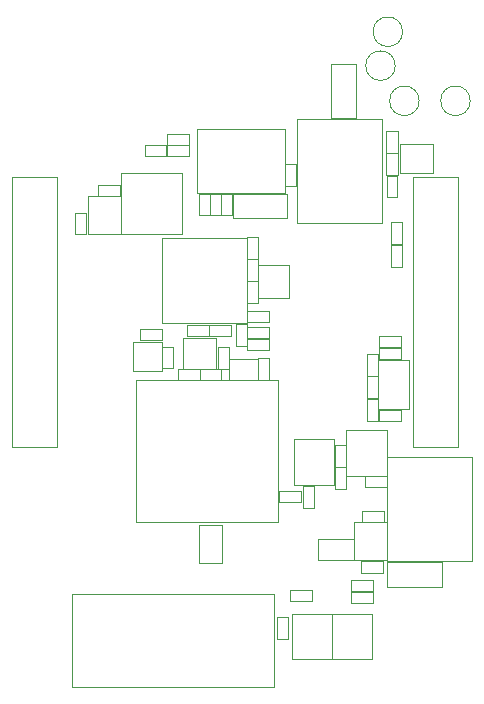
<source format=gbr>
%TF.GenerationSoftware,KiCad,Pcbnew,(6.0.0-0)*%
%TF.CreationDate,2022-02-19T21:54:15+03:00*%
%TF.ProjectId,CopterCat_cm4,436f7074-6572-4436-9174-5f636d342e6b,rev?*%
%TF.SameCoordinates,Original*%
%TF.FileFunction,Other,User*%
%FSLAX46Y46*%
G04 Gerber Fmt 4.6, Leading zero omitted, Abs format (unit mm)*
G04 Created by KiCad (PCBNEW (6.0.0-0)) date 2022-02-19 21:54:15*
%MOMM*%
%LPD*%
G01*
G04 APERTURE LIST*
%ADD10C,0.050000*%
%ADD11C,0.120000*%
G04 APERTURE END LIST*
D10*
%TO.C,U9*%
X247600000Y-126600000D02*
X247600000Y-117800000D01*
X240400000Y-126600000D02*
X247600000Y-126600000D01*
X240400000Y-117800000D02*
X240400000Y-126600000D01*
X247600000Y-117800000D02*
X240400000Y-117800000D01*
%TO.C,R17*%
X232695000Y-92945000D02*
X232695000Y-94805000D01*
X232695000Y-94805000D02*
X231755000Y-94805000D01*
X231755000Y-94805000D02*
X231755000Y-92945000D01*
X231755000Y-92945000D02*
X232695000Y-92945000D01*
%TO.C,U8*%
X223050000Y-93700000D02*
X217850000Y-93700000D01*
X223050000Y-98900000D02*
X223050000Y-93700000D01*
X217850000Y-93700000D02*
X217850000Y-98900000D01*
X217850000Y-98900000D02*
X223050000Y-98900000D01*
%TO.C,IO19*%
X241700000Y-81775000D02*
G75*
G03*
X241700000Y-81775000I-1250000J0D01*
G01*
%TO.C,R38*%
X232195000Y-129005000D02*
X234055000Y-129005000D01*
X234055000Y-129005000D02*
X234055000Y-129945000D01*
X234055000Y-129945000D02*
X232195000Y-129945000D01*
X232195000Y-129945000D02*
X232195000Y-129005000D01*
%TO.C,R20*%
X241620000Y-101655000D02*
X240680000Y-101655000D01*
X241620000Y-99795000D02*
X241620000Y-101655000D01*
X240680000Y-99795000D02*
X241620000Y-99795000D01*
X240680000Y-101655000D02*
X240680000Y-99795000D01*
%TO.C,R48*%
X223420000Y-106580000D02*
X225280000Y-106580000D01*
X223420000Y-107520000D02*
X223420000Y-106580000D01*
X225280000Y-107520000D02*
X223420000Y-107520000D01*
X225280000Y-106580000D02*
X225280000Y-107520000D01*
%TO.C,R15*%
X223605000Y-90405000D02*
X223605000Y-91345000D01*
X223605000Y-91345000D02*
X221745000Y-91345000D01*
X221745000Y-90405000D02*
X223605000Y-90405000D01*
X221745000Y-91345000D02*
X221745000Y-90405000D01*
%TO.C,U19*%
X228500000Y-99270000D02*
X221300000Y-99270000D01*
X228500000Y-106470000D02*
X228500000Y-99270000D01*
X221300000Y-106470000D02*
X228500000Y-106470000D01*
X221300000Y-99270000D02*
X221300000Y-106470000D01*
%TO.C,R51*%
X229470000Y-99120000D02*
X229470000Y-100980000D01*
X229470000Y-100980000D02*
X228530000Y-100980000D01*
X228530000Y-100980000D02*
X228530000Y-99120000D01*
X228530000Y-99120000D02*
X229470000Y-99120000D01*
%TO.C,C9*%
X229465000Y-111260000D02*
X229465000Y-109440000D01*
X230385000Y-109440000D02*
X230385000Y-111260000D01*
X230385000Y-111260000D02*
X229465000Y-111260000D01*
X229465000Y-109440000D02*
X230385000Y-109440000D01*
%TO.C,GND1*%
X247425000Y-87625000D02*
G75*
G03*
X247425000Y-87625000I-1250000J0D01*
G01*
%TO.C,C25*%
X240340000Y-95810000D02*
X240340000Y-93990000D01*
X241260000Y-95810000D02*
X240340000Y-95810000D01*
X240340000Y-93990000D02*
X241260000Y-93990000D01*
X241260000Y-93990000D02*
X241260000Y-95810000D01*
%TO.C,Q8*%
X241450000Y-91250000D02*
X241450000Y-93750000D01*
X244250000Y-91250000D02*
X241450000Y-91250000D01*
X241450000Y-93750000D02*
X244250000Y-93750000D01*
X244250000Y-93750000D02*
X244250000Y-91250000D01*
%TO.C,C20*%
X228530000Y-102860000D02*
X228530000Y-101040000D01*
X228530000Y-101040000D02*
X229450000Y-101040000D01*
X229450000Y-101040000D02*
X229450000Y-102860000D01*
X229450000Y-102860000D02*
X228530000Y-102860000D01*
%TO.C,C8*%
X226340000Y-110340000D02*
X226340000Y-111260000D01*
X224520000Y-110340000D02*
X226340000Y-110340000D01*
X224520000Y-111260000D02*
X224520000Y-110340000D01*
X226340000Y-111260000D02*
X224520000Y-111260000D01*
%TO.C,R43*%
X235955000Y-118645000D02*
X236895000Y-118645000D01*
X235955000Y-120505000D02*
X235955000Y-118645000D01*
X236895000Y-118645000D02*
X236895000Y-120505000D01*
X236895000Y-120505000D02*
X235955000Y-120505000D01*
%TO.C,U13*%
X240400000Y-123300000D02*
X237600000Y-123300000D01*
X240400000Y-123300000D02*
X240400000Y-126500000D01*
X237600000Y-123300000D02*
X237600000Y-126500000D01*
X237600000Y-126500000D02*
X240400000Y-126500000D01*
%TO.C,R50*%
X238170000Y-126630000D02*
X240030000Y-126630000D01*
X240030000Y-127570000D02*
X238170000Y-127570000D01*
X238170000Y-127570000D02*
X238170000Y-126630000D01*
X240030000Y-126630000D02*
X240030000Y-127570000D01*
%TO.C,Q3*%
X217825000Y-95700000D02*
X215025000Y-95700000D01*
X215025000Y-95700000D02*
X215025000Y-98900000D01*
X215025000Y-98900000D02*
X217825000Y-98900000D01*
X217825000Y-95700000D02*
X217825000Y-98900000D01*
%TO.C,C21*%
X229450000Y-102900000D02*
X229450000Y-104720000D01*
X228530000Y-102900000D02*
X229450000Y-102900000D01*
X228530000Y-104720000D02*
X228530000Y-102900000D01*
X229450000Y-104720000D02*
X228530000Y-104720000D01*
%TO.C,Q7*%
X235900000Y-120120000D02*
X235900000Y-116280000D01*
X232500000Y-116280000D02*
X232500000Y-120120000D01*
X235900000Y-116280000D02*
X232500000Y-116280000D01*
X232500000Y-120120000D02*
X235900000Y-120120000D01*
%TO.C,C7*%
X221315000Y-108465000D02*
X222235000Y-108465000D01*
X222235000Y-108465000D02*
X222235000Y-110285000D01*
X221315000Y-110285000D02*
X221315000Y-108465000D01*
X222235000Y-110285000D02*
X221315000Y-110285000D01*
%TO.C,R29*%
X239670000Y-108495000D02*
X239670000Y-107555000D01*
X241530000Y-107555000D02*
X241530000Y-108495000D01*
X239670000Y-107555000D02*
X241530000Y-107555000D01*
X241530000Y-108495000D02*
X239670000Y-108495000D01*
%TO.C,Y1*%
X225930000Y-110300000D02*
X225930000Y-107700000D01*
X225930000Y-107700000D02*
X223130000Y-107700000D01*
X223130000Y-110300000D02*
X225930000Y-110300000D01*
X223130000Y-107700000D02*
X223130000Y-110300000D01*
%TO.C,IO14*%
X243100000Y-87625000D02*
G75*
G03*
X243100000Y-87625000I-1250000J0D01*
G01*
%TO.C,U15*%
X237550000Y-124690000D02*
X237550000Y-126510000D01*
X237550000Y-126510000D02*
X234550000Y-126510000D01*
X234550000Y-124690000D02*
X237550000Y-124690000D01*
X234550000Y-126510000D02*
X234550000Y-124690000D01*
%TO.C,R47*%
X241270000Y-93930000D02*
X240330000Y-93930000D01*
X240330000Y-93930000D02*
X240330000Y-92070000D01*
X241270000Y-92070000D02*
X241270000Y-93930000D01*
X240330000Y-92070000D02*
X241270000Y-92070000D01*
%TO.C,Q4*%
X235700000Y-134920000D02*
X239100000Y-134920000D01*
X239100000Y-131080000D02*
X235700000Y-131080000D01*
X235700000Y-131080000D02*
X235700000Y-134920000D01*
X239100000Y-134920000D02*
X239100000Y-131080000D01*
%TO.C,C22*%
X228540000Y-107735000D02*
X228540000Y-106815000D01*
X228540000Y-106815000D02*
X230360000Y-106815000D01*
X230360000Y-106815000D02*
X230360000Y-107735000D01*
X230360000Y-107735000D02*
X228540000Y-107735000D01*
D11*
%TO.C,U6*%
X212430000Y-94100000D02*
X212430000Y-116900000D01*
X242570000Y-116900000D02*
X242570000Y-94100000D01*
X246350000Y-116900000D02*
X242570000Y-116900000D01*
X208650000Y-94100000D02*
X212430000Y-94100000D01*
X212430000Y-116900000D02*
X208650000Y-116900000D01*
X208650000Y-116900000D02*
X208650000Y-94100000D01*
X242570000Y-94100000D02*
X246350000Y-94100000D01*
X246350000Y-94100000D02*
X246350000Y-116900000D01*
D10*
%TO.C,R39*%
X239180000Y-128230000D02*
X239180000Y-129170000D01*
X237320000Y-128230000D02*
X239180000Y-128230000D01*
X237320000Y-129170000D02*
X237320000Y-128230000D01*
X239180000Y-129170000D02*
X237320000Y-129170000D01*
%TO.C,R52*%
X228520000Y-105430000D02*
X230380000Y-105430000D01*
X230380000Y-106370000D02*
X228520000Y-106370000D01*
X228520000Y-106370000D02*
X228520000Y-105430000D01*
X230380000Y-105430000D02*
X230380000Y-106370000D01*
%TO.C,Y3*%
X229480000Y-101490000D02*
X229480000Y-104290000D01*
X229480000Y-104290000D02*
X232080000Y-104290000D01*
X232080000Y-104290000D02*
X232080000Y-101490000D01*
X232080000Y-101490000D02*
X229480000Y-101490000D01*
%TO.C,C42*%
X224440000Y-95490000D02*
X225360000Y-95490000D01*
X225360000Y-95490000D02*
X225360000Y-97310000D01*
X225360000Y-97310000D02*
X224440000Y-97310000D01*
X224440000Y-97310000D02*
X224440000Y-95490000D01*
%TO.C,CAM1*%
X230850000Y-129350000D02*
X213750000Y-129350000D01*
X230850000Y-137250000D02*
X230850000Y-129350000D01*
X213750000Y-137250000D02*
X230850000Y-137250000D01*
X213750000Y-129350000D02*
X213750000Y-137250000D01*
%TO.C,C19*%
X214885000Y-98910000D02*
X213965000Y-98910000D01*
X213965000Y-98910000D02*
X213965000Y-97090000D01*
X214885000Y-97090000D02*
X214885000Y-98910000D01*
X213965000Y-97090000D02*
X214885000Y-97090000D01*
%TO.C,C41*%
X245000000Y-128750000D02*
X240400000Y-128750000D01*
X240400000Y-128750000D02*
X240400000Y-126650000D01*
X240400000Y-126650000D02*
X245000000Y-126650000D01*
X245000000Y-126650000D02*
X245000000Y-128750000D01*
%TO.C,U3*%
X221310000Y-108072500D02*
X221310000Y-110492500D01*
X218890000Y-110492500D02*
X218890000Y-108072500D01*
X221310000Y-110492500D02*
X218890000Y-110492500D01*
X218890000Y-108072500D02*
X221310000Y-108072500D01*
%TO.C,U1*%
X219150000Y-123300000D02*
X231150000Y-123300000D01*
X219150000Y-111300000D02*
X219150000Y-123300000D01*
X231150000Y-111300000D02*
X219150000Y-111300000D01*
X231150000Y-123300000D02*
X231150000Y-111300000D01*
%TO.C,IO20*%
X241075000Y-84650000D02*
G75*
G03*
X241075000Y-84650000I-1250000J0D01*
G01*
%TO.C,C40*%
X227325000Y-97575000D02*
X227325000Y-95475000D01*
X231925000Y-95475000D02*
X231925000Y-97575000D01*
X231925000Y-97575000D02*
X227325000Y-97575000D01*
X227325000Y-95475000D02*
X231925000Y-95475000D01*
%TO.C,C24*%
X240340000Y-119415000D02*
X240340000Y-120335000D01*
X238520000Y-120335000D02*
X238520000Y-119415000D01*
X240340000Y-120335000D02*
X238520000Y-120335000D01*
X238520000Y-119415000D02*
X240340000Y-119415000D01*
%TO.C,C44*%
X226335000Y-97310000D02*
X225415000Y-97310000D01*
X226335000Y-95490000D02*
X226335000Y-97310000D01*
X225415000Y-95490000D02*
X226335000Y-95490000D01*
X225415000Y-97310000D02*
X225415000Y-95490000D01*
%TO.C,IC1*%
X224325000Y-90025000D02*
X231725000Y-90025000D01*
X231725000Y-95425000D02*
X224325000Y-95425000D01*
X231725000Y-90025000D02*
X231725000Y-95425000D01*
X224325000Y-95425000D02*
X224325000Y-90025000D01*
%TO.C,R30*%
X239670000Y-109495000D02*
X239670000Y-108555000D01*
X241530000Y-108555000D02*
X241530000Y-109495000D01*
X241530000Y-109495000D02*
X239670000Y-109495000D01*
X239670000Y-108555000D02*
X241530000Y-108555000D01*
%TO.C,C12*%
X226065000Y-110310000D02*
X226065000Y-108490000D01*
X226985000Y-110310000D02*
X226065000Y-110310000D01*
X226985000Y-108490000D02*
X226985000Y-110310000D01*
X226065000Y-108490000D02*
X226985000Y-108490000D01*
%TO.C,R35*%
X238655000Y-112845000D02*
X239595000Y-112845000D01*
X239595000Y-114705000D02*
X238655000Y-114705000D01*
X239595000Y-112845000D02*
X239595000Y-114705000D01*
X238655000Y-114705000D02*
X238655000Y-112845000D01*
%TO.C,R8*%
X238270000Y-122330000D02*
X240130000Y-122330000D01*
X240130000Y-123270000D02*
X238270000Y-123270000D01*
X240130000Y-122330000D02*
X240130000Y-123270000D01*
X238270000Y-123270000D02*
X238270000Y-122330000D01*
%TO.C,R54*%
X231030000Y-133230000D02*
X231030000Y-131370000D01*
X231030000Y-131370000D02*
X231970000Y-131370000D01*
X231970000Y-131370000D02*
X231970000Y-133230000D01*
X231970000Y-133230000D02*
X231030000Y-133230000D01*
%TO.C,R56*%
X240330000Y-92030000D02*
X240330000Y-90170000D01*
X241270000Y-90170000D02*
X241270000Y-92030000D01*
X240330000Y-90170000D02*
X241270000Y-90170000D01*
X241270000Y-92030000D02*
X240330000Y-92030000D01*
%TO.C,R53*%
X227180000Y-106580000D02*
X227180000Y-107520000D01*
X227180000Y-107520000D02*
X225320000Y-107520000D01*
X225320000Y-107520000D02*
X225320000Y-106580000D01*
X225320000Y-106580000D02*
X227180000Y-106580000D01*
%TO.C,C23*%
X228540000Y-108710000D02*
X228540000Y-107790000D01*
X230360000Y-107790000D02*
X230360000Y-108710000D01*
X230360000Y-108710000D02*
X228540000Y-108710000D01*
X228540000Y-107790000D02*
X230360000Y-107790000D01*
%TO.C,C6*%
X219490000Y-106965000D02*
X221310000Y-106965000D01*
X221310000Y-106965000D02*
X221310000Y-107885000D01*
X221310000Y-107885000D02*
X219490000Y-107885000D01*
X219490000Y-107885000D02*
X219490000Y-106965000D01*
%TO.C,Q5*%
X232300000Y-134920000D02*
X235700000Y-134920000D01*
X232300000Y-131080000D02*
X232300000Y-134920000D01*
X235700000Y-131080000D02*
X232300000Y-131080000D01*
X235700000Y-134920000D02*
X235700000Y-131080000D01*
%TO.C,R36*%
X241530000Y-113805000D02*
X241530000Y-114745000D01*
X239670000Y-113805000D02*
X241530000Y-113805000D01*
X241530000Y-114745000D02*
X239670000Y-114745000D01*
X239670000Y-114745000D02*
X239670000Y-113805000D01*
%TO.C,C38*%
X235675000Y-84475000D02*
X237775000Y-84475000D01*
X237775000Y-84475000D02*
X237775000Y-89075000D01*
X237775000Y-89075000D02*
X235675000Y-89075000D01*
X235675000Y-89075000D02*
X235675000Y-84475000D01*
%TO.C,R18*%
X215945000Y-94730000D02*
X217805000Y-94730000D01*
X217805000Y-95670000D02*
X215945000Y-95670000D01*
X215945000Y-95670000D02*
X215945000Y-94730000D01*
X217805000Y-94730000D02*
X217805000Y-95670000D01*
%TO.C,R19*%
X240680000Y-99755000D02*
X240680000Y-97895000D01*
X241620000Y-97895000D02*
X241620000Y-99755000D01*
X241620000Y-99755000D02*
X240680000Y-99755000D01*
X240680000Y-97895000D02*
X241620000Y-97895000D01*
%TO.C,R44*%
X235955000Y-116745000D02*
X236895000Y-116745000D01*
X236895000Y-116745000D02*
X236895000Y-118605000D01*
X236895000Y-118605000D02*
X235955000Y-118605000D01*
X235955000Y-118605000D02*
X235955000Y-116745000D01*
%TO.C,R55*%
X239180000Y-129180000D02*
X239180000Y-130120000D01*
X237320000Y-130120000D02*
X237320000Y-129180000D01*
X237320000Y-129180000D02*
X239180000Y-129180000D01*
X239180000Y-130120000D02*
X237320000Y-130120000D01*
%TO.C,C43*%
X226340000Y-97310000D02*
X226340000Y-95490000D01*
X227260000Y-95490000D02*
X227260000Y-97310000D01*
X226340000Y-95490000D02*
X227260000Y-95490000D01*
X227260000Y-97310000D02*
X226340000Y-97310000D01*
%TO.C,R16*%
X223605000Y-91380000D02*
X223605000Y-92320000D01*
X221745000Y-91380000D02*
X223605000Y-91380000D01*
X221745000Y-92320000D02*
X221745000Y-91380000D01*
X223605000Y-92320000D02*
X221745000Y-92320000D01*
%TO.C,C35*%
X239585000Y-110910000D02*
X238665000Y-110910000D01*
X238665000Y-110910000D02*
X238665000Y-109090000D01*
X238665000Y-109090000D02*
X239585000Y-109090000D01*
X239585000Y-109090000D02*
X239585000Y-110910000D01*
%TO.C,D5*%
X224500000Y-126725000D02*
X226400000Y-126725000D01*
X224500000Y-126725000D02*
X224500000Y-123525000D01*
X224500000Y-123525000D02*
X226400000Y-123525000D01*
X226400000Y-126725000D02*
X226400000Y-123525000D01*
%TO.C,R57*%
X231270000Y-121620000D02*
X231270000Y-120680000D01*
X233130000Y-120680000D02*
X233130000Y-121620000D01*
X231270000Y-120680000D02*
X233130000Y-120680000D01*
X233130000Y-121620000D02*
X231270000Y-121620000D01*
%TO.C,U16*%
X239650000Y-109550000D02*
X242250000Y-109550000D01*
X239650000Y-113750000D02*
X242250000Y-113750000D01*
X242250000Y-113750000D02*
X242250000Y-109550000D01*
X239650000Y-113750000D02*
X239650000Y-109550000D01*
%TO.C,C27*%
X221685000Y-91390000D02*
X221685000Y-92310000D01*
X221685000Y-92310000D02*
X219865000Y-92310000D01*
X219865000Y-92310000D02*
X219865000Y-91390000D01*
X219865000Y-91390000D02*
X221685000Y-91390000D01*
%TO.C,Q6*%
X240350000Y-119370000D02*
X240350000Y-115530000D01*
X240350000Y-115530000D02*
X236950000Y-115530000D01*
X236950000Y-115530000D02*
X236950000Y-119370000D01*
X236950000Y-119370000D02*
X240350000Y-119370000D01*
%TO.C,C37*%
X233240000Y-122060000D02*
X233240000Y-120240000D01*
X234160000Y-122060000D02*
X233240000Y-122060000D01*
X234160000Y-120240000D02*
X234160000Y-122060000D01*
X233240000Y-120240000D02*
X234160000Y-120240000D01*
%TO.C,C11*%
X222690000Y-111260000D02*
X222690000Y-110340000D01*
X224510000Y-111260000D02*
X222690000Y-111260000D01*
X222690000Y-110340000D02*
X224510000Y-110340000D01*
X224510000Y-110340000D02*
X224510000Y-111260000D01*
%TO.C,Y2*%
X229425000Y-109450000D02*
X227025000Y-109450000D01*
X229425000Y-111250000D02*
X229425000Y-109450000D01*
X227025000Y-109450000D02*
X227025000Y-111250000D01*
X227025000Y-111250000D02*
X229425000Y-111250000D01*
%TO.C,R37*%
X238655000Y-112805000D02*
X238655000Y-110945000D01*
X239595000Y-110945000D02*
X239595000Y-112805000D01*
X239595000Y-112805000D02*
X238655000Y-112805000D01*
X238655000Y-110945000D02*
X239595000Y-110945000D01*
%TO.C,R49*%
X228520000Y-108380000D02*
X227580000Y-108380000D01*
X227580000Y-108380000D02*
X227580000Y-106520000D01*
X228520000Y-106520000D02*
X228520000Y-108380000D01*
X227580000Y-106520000D02*
X228520000Y-106520000D01*
%TO.C,U12*%
X239950000Y-97950000D02*
X239950000Y-89150000D01*
X232750000Y-89150000D02*
X232750000Y-97950000D01*
X239950000Y-89150000D02*
X232750000Y-89150000D01*
X232750000Y-97950000D02*
X239950000Y-97950000D01*
%TD*%
M02*

</source>
